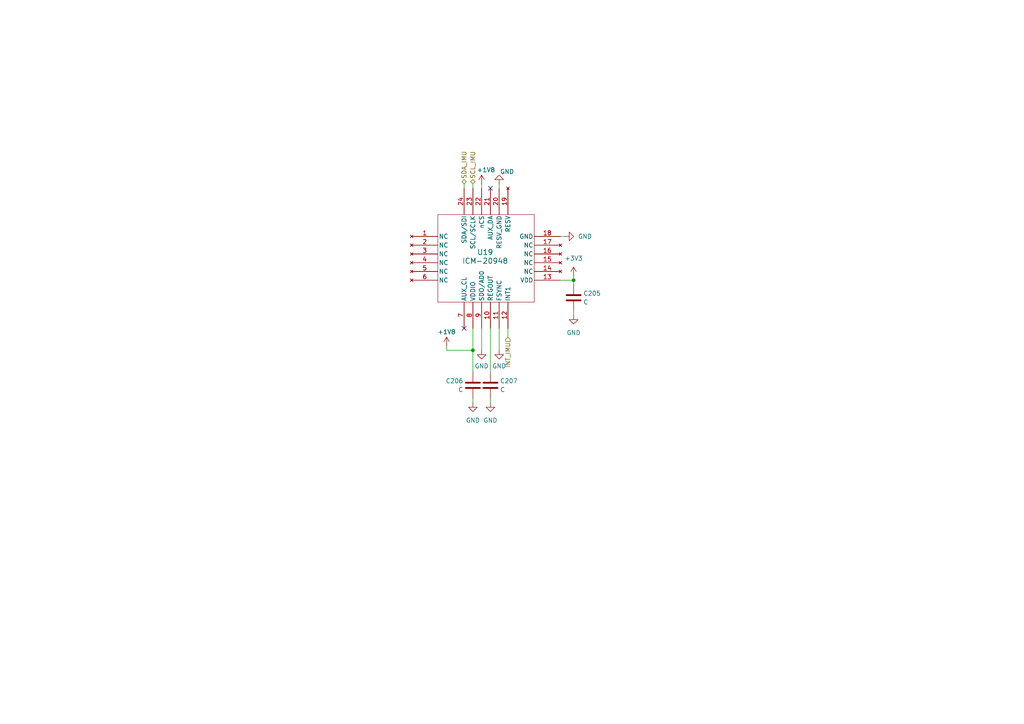
<source format=kicad_sch>
(kicad_sch (version 20250114) (generator "eeschema") (generator_version "9.0")
  (paper "A4")
  (lib_symbols
    (symbol "Device:C" (pin_numbers (hide yes)) (pin_names (offset 0.254))
      (property "Reference" "C" (at 0.635 2.54 0))
      (property "Value" "C" (at 0.635 -2.54 0))
      (symbol "C_0_1"
        (polyline (pts (xy -2.032 0.762) (xy 2.032 0.762)) (stroke (width 0.508)))
        (polyline (pts (xy -2.032 -0.762) (xy 2.032 -0.762)) (stroke (width 0.508)))
      )
      (symbol "C_1_1"
        (pin passive line (at 0 3.81 270) (length 2.794) (name "~") (number "1"))
        (pin passive line (at 0 -3.81 90) (length 2.794) (name "~") (number "2"))
      )
    )
    (symbol "capstone:ICM-20948" (pin_names (offset 0.254))
      (property "Reference" "U" (at 13.208 -11.43 0))
      (property "Value" "ICM-20948" (at 13.208 -13.97 0))
      (symbol "ICM-20948_0_1"
        (polyline (pts (xy 0 0) (xy 0 -25.4)) (stroke (width 0.127)))
        (polyline (pts (xy 0 -25.4) (xy 27.94 -25.4)) (stroke (width 0.127)))
        (polyline (pts (xy 27.94 0) (xy 0 0)) (stroke (width 0.127)))
        (polyline (pts (xy 27.94 -25.4) (xy 27.94 0)) (stroke (width 0.127)))
        (pin no_connect line (at -7.62 -6.35 0) (length 7.62) (name "NC") (number "1"))
        (pin no_connect line (at -7.62 -8.89 0) (length 7.62) (name "NC") (number "2"))
        (pin no_connect line (at -7.62 -11.43 0) (length 7.62) (name "NC") (number "3"))
        (pin no_connect line (at -7.62 -13.97 0) (length 7.62) (name "NC") (number "4"))
        (pin no_connect line (at -7.62 -16.51 0) (length 7.62) (name "NC") (number "5"))
        (pin no_connect line (at -7.62 -19.05 0) (length 7.62) (name "NC") (number "6"))
        (pin input line (at 7.62 7.62 270) (length 7.62) (name "SDA/SDI") (number "24"))
        (pin unspecified line (at 7.62 -33.02 90) (length 7.62) (name "AUX_CL") (number "7"))
        (pin input line (at 10.16 7.62 270) (length 7.62) (name "SCL/SCLK") (number "23"))
        (pin power_in line (at 10.16 -33.02 90) (length 7.62) (name "VDDIO") (number "8"))
        (pin input line (at 12.7 7.62 270) (length 7.62) (name "nCS") (number "22"))
        (pin bidirectional line (at 12.7 -33.02 90) (length 7.62) (name "SDO/AD0") (number "9"))
        (pin unspecified line (at 15.24 7.62 270) (length 7.62) (name "AUX_DA") (number "21"))
        (pin output line (at 15.24 -33.02 90) (length 7.62) (name "REGOUT") (number "10"))
        (pin power_out line (at 17.78 7.62 270) (length 7.62) (name "RESV_GND") (number "20"))
        (pin input line (at 17.78 -33.02 90) (length 7.62) (name "FSYNC") (number "11"))
        (pin no_connect line (at 20.32 7.62 270) (length 7.62) (name "RESV") (number "19"))
        (pin output line (at 20.32 -33.02 90) (length 7.62) (name "INT1") (number "12"))
        (pin power_out line (at 35.56 -6.35 180) (length 7.62) (name "GND") (number "18"))
        (pin no_connect line (at 35.56 -8.89 180) (length 7.62) (name "NC") (number "17"))
        (pin no_connect line (at 35.56 -11.43 180) (length 7.62) (name "NC") (number "16"))
        (pin no_connect line (at 35.56 -13.97 180) (length 7.62) (name "NC") (number "15"))
        (pin no_connect line (at 35.56 -16.51 180) (length 7.62) (name "NC") (number "14"))
        (pin power_in line (at 35.56 -19.05 180) (length 7.62) (name "VDD") (number "13"))
      )
    )
    (symbol "power:+1V8" (power) (pin_numbers (hide yes)) (pin_names (offset 0) (hide yes))
      (property "Value" "+1V8" (at 0 3.556 0))
      (symbol "+1V8_0_1"
        (polyline (pts (xy -0.762 1.27) (xy 0 2.54)))
        (polyline (pts (xy 0 2.54) (xy 0.762 1.27)))
        (polyline (pts (xy 0 0) (xy 0 2.54)))
      )
      (symbol "+1V8_1_1"
        (pin power_in line (at 0 0 90) (length 0) (name "~") (number "1"))
      )
    )
    (symbol "power:+3V3" (power) (pin_numbers (hide yes)) (pin_names (offset 0) (hide yes))
      (property "Value" "+3V3" (at 0 3.556 0))
      (symbol "+3V3_0_1"
        (polyline (pts (xy -0.762 1.27) (xy 0 2.54)))
        (polyline (pts (xy 0 2.54) (xy 0.762 1.27)))
        (polyline (pts (xy 0 0) (xy 0 2.54)))
      )
      (symbol "+3V3_1_1"
        (pin power_in line (at 0 0 90) (length 0) (name "~") (number "1"))
      )
    )
    (symbol "power:GND" (power) (pin_numbers (hide yes)) (pin_names (offset 0) (hide yes))
      (property "Value" "GND" (at 0 -3.81 0))
      (symbol "GND_0_1"
        (polyline (pts (xy 0 0) (xy 0 -1.27) (xy 1.27 -1.27) (xy 0 -2.54) (xy -1.27 -1.27) (xy 0 -1.27)))
      )
      (symbol "GND_1_1"
        (pin power_in line (at 0 0 270) (length 0) (name "~") (number "1"))
      )
    )
  )
  (junction (at 137.16 101.6))
  (junction (at 166.37 81.28))
  (no_connect (at 142.24 54.61))
  (no_connect (at 134.62 95.25))
  (wire (pts (xy 166.37 90.17) (xy 166.37 91.44)))
  (wire (pts (xy 144.78 95.25) (xy 144.78 101.6)))
  (wire (pts (xy 139.7 53.34) (xy 139.7 54.61)))
  (wire (pts (xy 137.16 101.6) (xy 129.54 101.6)))
  (wire (pts (xy 139.7 95.25) (xy 139.7 101.6)))
  (wire (pts (xy 162.56 81.28) (xy 166.37 81.28)))
  (wire (pts (xy 142.24 95.25) (xy 142.24 107.95)))
  (wire (pts (xy 137.16 95.25) (xy 137.16 101.6)))
  (wire (pts (xy 166.37 80.01) (xy 166.37 81.28)))
  (wire (pts (xy 137.16 101.6) (xy 137.16 107.95)))
  (wire (pts (xy 137.16 53.34) (xy 137.16 54.61)))
  (wire (pts (xy 147.32 97.79) (xy 147.32 95.25)))
  (wire (pts (xy 129.54 100.33) (xy 129.54 101.6)))
  (wire (pts (xy 166.37 81.28) (xy 166.37 82.55)))
  (wire (pts (xy 134.62 53.34) (xy 134.62 54.61)))
  (wire (pts (xy 142.24 115.57) (xy 142.24 116.84)))
  (wire (pts (xy 144.78 53.34) (xy 144.78 54.61)))
  (wire (pts (xy 162.56 68.58) (xy 163.83 68.58)))
  (wire (pts (xy 137.16 115.57) (xy 137.16 116.84)))
  (hierarchical_label "INT_IMU" (shape input) (at 147.32 97.79 270))
  (hierarchical_label "SDA_IMU" (shape bidirectional) (at 134.62 53.34 90))
  (hierarchical_label "SCL_IMU" (shape bidirectional) (at 137.16 53.34 90))
  (symbol (lib_id "Device:C") (at 166.37 86.36 0) (unit 1)
    (property "Reference" "C205" (at 169.164 85.09 0) (effects (justify left)))
    (property "Value" "C" (at 169.164 87.63 0) (effects (justify left)))
    (property "Footprint" "Capacitor_SMD:C_0201_0603Metric" (effects (hide yes)))
    (property "Description" "Unpolarized capacitor" (effects (hide yes)))
    (property "Manufacturer_Part_Number" "GRM21B7U1A104JA01L" (effects (hide yes)))
    (property "Manufacturer_Name" "Murata Manufacturing Co." (effects (hide yes)))
    (property "Price" "$0.29" (effects (hide yes)))
    (property "Supplier_Part_Number" "490-11592-1-ND" (effects (hide yes)))
    (property "Website" "https://www.digikey.ca/en/products/detail/murata-electronics/GRM21B7U1A104JA01L/2546740?s=N4IgTCBcDaIOICUCyYCMAhA7AVVQQVQAYAWAKT0NQBkQBdAXyA" (effects (hide yes)))
    (property "Package" "0805" (effects (hide yes)))
    (property "Supplier" "Digi-Key" (effects (hide yes)))
    (property "Type" "Capacitor" (effects (hide yes)))
  )
  (symbol (lib_id "power:+1V8") (at 129.54 100.33 0) (unit 1)
    (property "Reference" "#PWR0121" (effects (hide yes)))
    (property "Value" "+1V8" (at 129.54 96.266 0))
    (property "Description" "Power symbol creates a global label with name \"+1V8\"" (effects (hide yes)))
  )
  (symbol (lib_id "capstone:ICM-20948") (at 127 62.23 0) (unit 1)
    (property "Reference" "U19" (at 140.716 73.152 0) (effects (font (size 1.524 1.524))))
    (property "Value" "ICM-20948" (at 140.716 75.692 0) (effects (font (size 1.524 1.524))))
    (property "Footprint" "Sensor_Motion:InvenSense_QFN-24_3x3mm_P0.4mm" (effects (hide yes)))
    (property "Datasheet" "https://invensense.tdk.com/wp-content/uploads/2016/06/DS-000189-ICM-20948-v1.3.pdf" (effects (hide yes)))
    (property "Description" "Accelerometer, Gyroscope, Magnetometer, 9 Axis Sensor I2C, SPI Output" (effects (hide yes)))
    (property "Manufacturer_Name" "TDK InvenSense" (effects (hide yes)))
    (property "Manufacturer_Part_Number" "ICM-20948" (effects (hide yes)))
    (property "Price" "$11.50" (effects (hide yes)))
    (property "Supplier_Part_Number" "1428-1123-1-ND" (effects (hide yes)))
    (property "Website" "https://www.digikey.ca/en/products/detail/tdk-invensense/ICM-20948/6623535?s=N4IgTCBcDaIIwBYwA4C0c5gMztQOQBEQBdAXyA" (effects (hide yes)))
    (property "Supplier" "Digi-Key" (effects (hide yes)))
    (property "Type" "IMU" (effects (hide yes)))
  )
  (symbol (lib_id "power:GND") (at 166.37 91.44 0) (unit 1)
    (property "Reference" "#PWR0120" (effects (hide yes)))
    (property "Value" "GND" (at 166.37 96.52 0))
    (property "Description" "Power symbol creates a global label with name \"GND\" , ground" (effects (hide yes)))
  )
  (symbol (lib_id "power:GND") (at 144.78 53.34 180) (unit 1)
    (property "Reference" "#PWR0117" (effects (hide yes)))
    (property "Value" "GND" (at 147.066 49.784 0))
    (property "Description" "Power symbol creates a global label with name \"GND\" , ground" (effects (hide yes)))
  )
  (symbol (lib_id "power:GND") (at 144.78 101.6 0) (unit 1)
    (property "Reference" "#PWR0123" (effects (hide yes)))
    (property "Value" "GND" (at 144.78 106.172 0))
    (property "Description" "Power symbol creates a global label with name \"GND\" , ground" (effects (hide yes)))
  )
  (symbol (lib_id "Device:C") (at 137.16 111.76 0) (mirror y) (unit 1)
    (property "Reference" "C206" (at 134.366 110.49 0) (effects (justify left)))
    (property "Value" "C" (at 134.366 113.03 0) (effects (justify left)))
    (property "Footprint" "Capacitor_SMD:C_0201_0603Metric" (effects (hide yes)))
    (property "Description" "Unpolarized capacitor" (effects (hide yes)))
    (property "Manufacturer_Part_Number" "GRM21B7U1A104JA01L" (effects (hide yes)))
    (property "Manufacturer_Name" "Murata Manufacturing Co." (effects (hide yes)))
    (property "Price" "$0.29" (effects (hide yes)))
    (property "Supplier_Part_Number" "490-11592-1-ND" (effects (hide yes)))
    (property "Website" "https://www.digikey.ca/en/products/detail/murata-electronics/GRM21B7U1A104JA01L/2546740?s=N4IgTCBcDaIOICUCyYCMAhA7AVVQQVQAYAWAKT0NQBkQBdAXyA" (effects (hide yes)))
    (property "Package" "0805" (effects (hide yes)))
    (property "Supplier" "Digi-Key" (effects (hide yes)))
    (property "Type" "Capacitor" (effects (hide yes)))
  )
  (symbol (lib_id "power:+1V8") (at 139.7 53.34 0) (unit 1)
    (property "Reference" "#PWR0116" (effects (hide yes)))
    (property "Value" "+1V8" (at 140.97 49.276 0))
    (property "Description" "Power symbol creates a global label with name \"+1V8\"" (effects (hide yes)))
  )
  (symbol (lib_id "Device:C") (at 142.24 111.76 0) (unit 1)
    (property "Reference" "C207" (at 145.034 110.49 0) (effects (justify left)))
    (property "Value" "C" (at 145.034 113.03 0) (effects (justify left)))
    (property "Footprint" "Capacitor_SMD:C_0201_0603Metric" (effects (hide yes)))
    (property "Description" "Unpolarized capacitor" (effects (hide yes)))
    (property "Manufacturer_Part_Number" "GRM21B7U1A104JA01L" (effects (hide yes)))
    (property "Manufacturer_Name" "Murata Manufacturing Co." (effects (hide yes)))
    (property "Price" "$0.29" (effects (hide yes)))
    (property "Supplier_Part_Number" "490-11592-1-ND" (effects (hide yes)))
    (property "Website" "https://www.digikey.ca/en/products/detail/murata-electronics/GRM21B7U1A104JA01L/2546740?s=N4IgTCBcDaIOICUCyYCMAhA7AVVQQVQAYAWAKT0NQBkQBdAXyA" (effects (hide yes)))
    (property "Package" "0805" (effects (hide yes)))
    (property "Supplier" "Digi-Key" (effects (hide yes)))
    (property "Type" "Capacitor" (effects (hide yes)))
  )
  (symbol (lib_id "power:GND") (at 142.24 116.84 0) (unit 1)
    (property "Reference" "#PWR0125" (effects (hide yes)))
    (property "Value" "GND" (at 142.24 121.92 0))
    (property "Description" "Power symbol creates a global label with name \"GND\" , ground" (effects (hide yes)))
  )
  (symbol (lib_id "power:GND") (at 139.7 101.6 0) (unit 1)
    (property "Reference" "#PWR0122" (effects (hide yes)))
    (property "Value" "GND" (at 139.7 106.172 0))
    (property "Description" "Power symbol creates a global label with name \"GND\" , ground" (effects (hide yes)))
  )
  (symbol (lib_id "power:GND") (at 163.83 68.58 90) (unit 1)
    (property "Reference" "#PWR0118" (effects (hide yes)))
    (property "Value" "GND" (at 167.64 68.5799 90) (effects (justify right)))
    (property "Description" "Power symbol creates a global label with name \"GND\" , ground" (effects (hide yes)))
  )
  (symbol (lib_id "power:GND") (at 137.16 116.84 0) (unit 1)
    (property "Reference" "#PWR0124" (effects (hide yes)))
    (property "Value" "GND" (at 137.16 121.92 0))
    (property "Description" "Power symbol creates a global label with name \"GND\" , ground" (effects (hide yes)))
  )
  (symbol (lib_id "power:+3V3") (at 166.37 80.01 0) (unit 1)
    (property "Reference" "#PWR0119" (effects (hide yes)))
    (property "Value" "+3V3" (at 166.37 74.93 0))
    (property "Description" "Power symbol creates a global label with name \"+3V3\"" (effects (hide yes)))
  )
)
</source>
